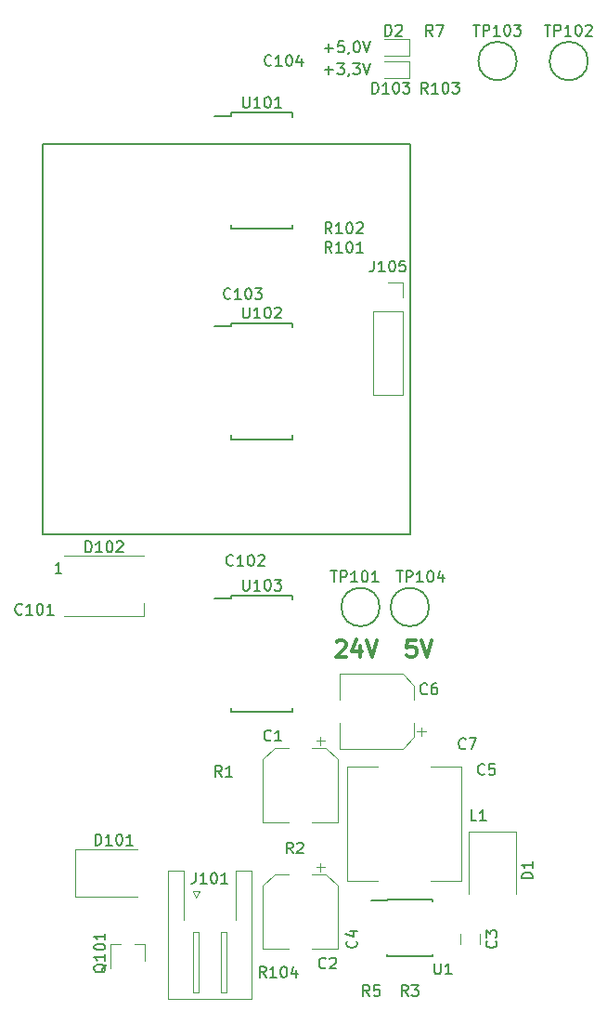
<source format=gto>
G04 #@! TF.GenerationSoftware,KiCad,Pcbnew,(5.99.0-490-gc7ce93e10)*
G04 #@! TF.CreationDate,2019-12-10T11:33:49+01:00*
G04 #@! TF.ProjectId,LichtDom,4c696368-7444-46f6-9d2e-6b696361645f,0.1*
G04 #@! TF.SameCoordinates,Original*
G04 #@! TF.FileFunction,Legend,Top*
G04 #@! TF.FilePolarity,Positive*
%FSLAX46Y46*%
G04 Gerber Fmt 4.6, Leading zero omitted, Abs format (unit mm)*
G04 Created by KiCad (PCBNEW (5.99.0-490-gc7ce93e10)) date 2019-12-10 11:33:49*
%MOMM*%
%LPD*%
G04 APERTURE LIST*
%ADD10C,0.300000*%
%ADD11C,0.150000*%
%ADD12C,0.200000*%
%ADD13C,0.120000*%
%ADD14R,0.922000X1.102000*%
%ADD15R,0.902000X1.002000*%
%ADD16C,3.302000*%
%ADD17R,1.602000X0.702000*%
%ADD18R,1.652000X0.702000*%
%ADD19C,2.902000*%
%ADD20R,1.102000X0.922000*%
%ADD21R,4.102000X3.602000*%
%ADD22O,1.802000X1.802000*%
%ADD23R,1.802000X1.802000*%
%ADD24O,1.829200X1.829200*%
%ADD25R,1.829200X1.829200*%
%ADD26O,1.802000X2.102000*%
%ADD27R,1.802000X2.102000*%
%ADD28R,1.602000X1.102000*%
%ADD29R,2.602000X2.402000*%
%ADD30R,2.402000X2.602000*%
%ADD31R,1.222000X1.502000*%
%ADD32R,1.502000X1.222000*%
%ADD33R,3.602000X1.702000*%
%ADD34R,1.902000X1.322000*%
%ADD35R,1.702000X3.602000*%
G04 APERTURE END LIST*
D10*
X209314285Y-131921428D02*
X209385714Y-131850000D01*
X209528571Y-131778571D01*
X209885714Y-131778571D01*
X210028571Y-131850000D01*
X210100000Y-131921428D01*
X210171428Y-132064285D01*
X210171428Y-132207142D01*
X210100000Y-132421428D01*
X209242857Y-133278571D01*
X210171428Y-133278571D01*
X211457142Y-132278571D02*
X211457142Y-133278571D01*
X211100000Y-131707142D02*
X210742857Y-132778571D01*
X211671428Y-132778571D01*
X212028571Y-131778571D02*
X212528571Y-133278571D01*
X213028571Y-131778571D01*
X216528571Y-131778571D02*
X215814285Y-131778571D01*
X215742857Y-132492857D01*
X215814285Y-132421428D01*
X215957142Y-132350000D01*
X216314285Y-132350000D01*
X216457142Y-132421428D01*
X216528571Y-132492857D01*
X216600000Y-132635714D01*
X216600000Y-132992857D01*
X216528571Y-133135714D01*
X216457142Y-133207142D01*
X216314285Y-133278571D01*
X215957142Y-133278571D01*
X215814285Y-133207142D01*
X215742857Y-133135714D01*
X217028571Y-131778571D02*
X217528571Y-133278571D01*
X218028571Y-131778571D01*
D11*
X208250000Y-79821428D02*
X209011904Y-79821428D01*
X208630952Y-80202380D02*
X208630952Y-79440476D01*
X209392857Y-79202380D02*
X210011904Y-79202380D01*
X209678571Y-79583333D01*
X209821428Y-79583333D01*
X209916666Y-79630952D01*
X209964285Y-79678571D01*
X210011904Y-79773809D01*
X210011904Y-80011904D01*
X209964285Y-80107142D01*
X209916666Y-80154761D01*
X209821428Y-80202380D01*
X209535714Y-80202380D01*
X209440476Y-80154761D01*
X209392857Y-80107142D01*
X210488095Y-80154761D02*
X210488095Y-80202380D01*
X210440476Y-80297619D01*
X210392857Y-80345238D01*
X210821428Y-79202380D02*
X211440476Y-79202380D01*
X211107142Y-79583333D01*
X211250000Y-79583333D01*
X211345238Y-79630952D01*
X211392857Y-79678571D01*
X211440476Y-79773809D01*
X211440476Y-80011904D01*
X211392857Y-80107142D01*
X211345238Y-80154761D01*
X211250000Y-80202380D01*
X210964285Y-80202380D01*
X210869047Y-80154761D01*
X210821428Y-80107142D01*
X211726190Y-79202380D02*
X212059523Y-80202380D01*
X212392857Y-79202380D01*
X208250000Y-77821428D02*
X209011904Y-77821428D01*
X208630952Y-78202380D02*
X208630952Y-77440476D01*
X209964285Y-77202380D02*
X209488095Y-77202380D01*
X209440476Y-77678571D01*
X209488095Y-77630952D01*
X209583333Y-77583333D01*
X209821428Y-77583333D01*
X209916666Y-77630952D01*
X209964285Y-77678571D01*
X210011904Y-77773809D01*
X210011904Y-78011904D01*
X209964285Y-78107142D01*
X209916666Y-78154761D01*
X209821428Y-78202380D01*
X209583333Y-78202380D01*
X209488095Y-78154761D01*
X209440476Y-78107142D01*
X210488095Y-78154761D02*
X210488095Y-78202380D01*
X210440476Y-78297619D01*
X210392857Y-78345238D01*
X211107142Y-77202380D02*
X211202380Y-77202380D01*
X211297619Y-77250000D01*
X211345238Y-77297619D01*
X211392857Y-77392857D01*
X211440476Y-77583333D01*
X211440476Y-77821428D01*
X211392857Y-78011904D01*
X211345238Y-78107142D01*
X211297619Y-78154761D01*
X211202380Y-78202380D01*
X211107142Y-78202380D01*
X211011904Y-78154761D01*
X210964285Y-78107142D01*
X210916666Y-78011904D01*
X210869047Y-77821428D01*
X210869047Y-77583333D01*
X210916666Y-77392857D01*
X210964285Y-77297619D01*
X211011904Y-77250000D01*
X211107142Y-77202380D01*
X211726190Y-77202380D02*
X212059523Y-78202380D01*
X212392857Y-77202380D01*
D12*
X182500000Y-86600000D02*
X213500000Y-86600000D01*
X182500000Y-122100000D02*
X182500000Y-86600000D01*
X216000000Y-122100000D02*
X182500000Y-122100000D01*
X216000000Y-86600000D02*
X216000000Y-122100000D01*
X213500000Y-86600000D02*
X216000000Y-86600000D01*
D13*
X191830000Y-159490000D02*
X191830000Y-160950000D01*
X188670000Y-159490000D02*
X188670000Y-161650000D01*
X188670000Y-159490000D02*
X189600000Y-159490000D01*
X191830000Y-159490000D02*
X190900000Y-159490000D01*
D11*
X199725000Y-127725000D02*
X199725000Y-128000000D01*
X205275000Y-127725000D02*
X205275000Y-128080000D01*
X205275000Y-138275000D02*
X205275000Y-137920000D01*
X199725000Y-138275000D02*
X199725000Y-137920000D01*
X199725000Y-127725000D02*
X205275000Y-127725000D01*
X199725000Y-138275000D02*
X205275000Y-138275000D01*
X199725000Y-128000000D02*
X198200000Y-128000000D01*
X199725000Y-102900000D02*
X199725000Y-103175000D01*
X205275000Y-102900000D02*
X205275000Y-103255000D01*
X205275000Y-113450000D02*
X205275000Y-113095000D01*
X199725000Y-113450000D02*
X199725000Y-113095000D01*
X199725000Y-102900000D02*
X205275000Y-102900000D01*
X199725000Y-113450000D02*
X205275000Y-113450000D01*
X199725000Y-103175000D02*
X198200000Y-103175000D01*
X199725000Y-83725000D02*
X199725000Y-84000000D01*
X205275000Y-83725000D02*
X205275000Y-84080000D01*
X205275000Y-94275000D02*
X205275000Y-93920000D01*
X199725000Y-94275000D02*
X199725000Y-93920000D01*
X199725000Y-83725000D02*
X205275000Y-83725000D01*
X199725000Y-94275000D02*
X205275000Y-94275000D01*
X199725000Y-84000000D02*
X198200000Y-84000000D01*
X213925000Y-155425000D02*
X213925000Y-155475000D01*
X218075000Y-155425000D02*
X218075000Y-155570000D01*
X218075000Y-160575000D02*
X218075000Y-160430000D01*
X213925000Y-160575000D02*
X213925000Y-160430000D01*
X213925000Y-155425000D02*
X218075000Y-155425000D01*
X213925000Y-160575000D02*
X218075000Y-160575000D01*
X213925000Y-155475000D02*
X212525000Y-155475000D01*
X217750000Y-128750000D02*
G75*
G03X217750000Y-128750000I-1750000J0D01*
G01*
X225750000Y-79000000D02*
G75*
G03X225750000Y-79000000I-1750000J0D01*
G01*
X232250000Y-79000000D02*
G75*
G03X232250000Y-79000000I-1750000J0D01*
G01*
X213250000Y-128750000D02*
G75*
G03X213250000Y-128750000I-1750000J0D01*
G01*
D13*
X213100000Y-143300000D02*
X210300000Y-143300000D01*
X210300000Y-143300000D02*
X210300000Y-153700000D01*
X210300000Y-153700000D02*
X213100000Y-153700000D01*
X217900000Y-143300000D02*
X220700000Y-143300000D01*
X220700000Y-143300000D02*
X220700000Y-153700000D01*
X220700000Y-153700000D02*
X217900000Y-153700000D01*
X212670000Y-101770000D02*
X215330000Y-101770000D01*
X212670000Y-101770000D02*
X212670000Y-109450000D01*
X212670000Y-109450000D02*
X215330000Y-109450000D01*
X215330000Y-101770000D02*
X215330000Y-109450000D01*
X215330000Y-99170000D02*
X215330000Y-100500000D01*
X214000000Y-99170000D02*
X215330000Y-99170000D01*
X197750000Y-164460000D02*
X193940000Y-164460000D01*
X193940000Y-164460000D02*
X193940000Y-152740000D01*
X193940000Y-152740000D02*
X195360000Y-152740000D01*
X195360000Y-152740000D02*
X195360000Y-157240000D01*
X197750000Y-164460000D02*
X201560000Y-164460000D01*
X201560000Y-164460000D02*
X201560000Y-152740000D01*
X201560000Y-152740000D02*
X200140000Y-152740000D01*
X200140000Y-152740000D02*
X200140000Y-157240000D01*
X196250000Y-158350000D02*
X196250000Y-163850000D01*
X196250000Y-163850000D02*
X196750000Y-163850000D01*
X196750000Y-163850000D02*
X196750000Y-158350000D01*
X196750000Y-158350000D02*
X196250000Y-158350000D01*
X198750000Y-158350000D02*
X198750000Y-163850000D01*
X198750000Y-163850000D02*
X199250000Y-163850000D01*
X199250000Y-163850000D02*
X199250000Y-158350000D01*
X199250000Y-158350000D02*
X198750000Y-158350000D01*
X196500000Y-155250000D02*
X196200000Y-154650000D01*
X196200000Y-154650000D02*
X196800000Y-154650000D01*
X196800000Y-154650000D02*
X196500000Y-155250000D01*
X213700000Y-80510000D02*
X215970000Y-80510000D01*
X215970000Y-80510000D02*
X215970000Y-78990000D01*
X215970000Y-78990000D02*
X213700000Y-78990000D01*
X184450000Y-124050000D02*
X191750000Y-124050000D01*
X184450000Y-129550000D02*
X191750000Y-129550000D01*
X191750000Y-129550000D02*
X191750000Y-128400000D01*
X185450000Y-150850000D02*
X185450000Y-155150000D01*
X185450000Y-155150000D02*
X191150000Y-155150000D01*
X185450000Y-150850000D02*
X191150000Y-150850000D01*
X213700000Y-78510000D02*
X215970000Y-78510000D01*
X215970000Y-78510000D02*
X215970000Y-76990000D01*
X215970000Y-76990000D02*
X213700000Y-76990000D01*
X225650000Y-149200000D02*
X221350000Y-149200000D01*
X221350000Y-149200000D02*
X221350000Y-154900000D01*
X225650000Y-149200000D02*
X225650000Y-154900000D01*
X209590000Y-134840000D02*
X209590000Y-137190000D01*
X209590000Y-141660000D02*
X209590000Y-139310000D01*
X215345563Y-141660000D02*
X209590000Y-141660000D01*
X215345563Y-134840000D02*
X209590000Y-134840000D01*
X216410000Y-135904437D02*
X216410000Y-137190000D01*
X216410000Y-140595563D02*
X216410000Y-139310000D01*
X216410000Y-140595563D02*
X215345563Y-141660000D01*
X216410000Y-135904437D02*
X215345563Y-134840000D01*
X217437500Y-140097500D02*
X216650000Y-140097500D01*
X217043750Y-140491250D02*
X217043750Y-139703750D01*
X222410000Y-158500000D02*
X222410000Y-159500000D01*
X220590000Y-158500000D02*
X220590000Y-159500000D01*
X202590000Y-159910000D02*
X204940000Y-159910000D01*
X209410000Y-159910000D02*
X207060000Y-159910000D01*
X209410000Y-154154437D02*
X209410000Y-159910000D01*
X202590000Y-154154437D02*
X202590000Y-159910000D01*
X203654437Y-153090000D02*
X204940000Y-153090000D01*
X208345563Y-153090000D02*
X207060000Y-153090000D01*
X208345563Y-153090000D02*
X209410000Y-154154437D01*
X203654437Y-153090000D02*
X202590000Y-154154437D01*
X207847500Y-152062500D02*
X207847500Y-152850000D01*
X208241250Y-152456250D02*
X207453750Y-152456250D01*
X202590000Y-148410000D02*
X204940000Y-148410000D01*
X209410000Y-148410000D02*
X207060000Y-148410000D01*
X209410000Y-142654437D02*
X209410000Y-148410000D01*
X202590000Y-142654437D02*
X202590000Y-148410000D01*
X203654437Y-141590000D02*
X204940000Y-141590000D01*
X208345563Y-141590000D02*
X207060000Y-141590000D01*
X208345563Y-141590000D02*
X209410000Y-142654437D01*
X203654437Y-141590000D02*
X202590000Y-142654437D01*
X207847500Y-140562500D02*
X207847500Y-141350000D01*
X208241250Y-140956250D02*
X207453750Y-140956250D01*
D11*
X202880952Y-162502380D02*
X202547619Y-162026190D01*
X202309523Y-162502380D02*
X202309523Y-161502380D01*
X202690476Y-161502380D01*
X202785714Y-161550000D01*
X202833333Y-161597619D01*
X202880952Y-161692857D01*
X202880952Y-161835714D01*
X202833333Y-161930952D01*
X202785714Y-161978571D01*
X202690476Y-162026190D01*
X202309523Y-162026190D01*
X203833333Y-162502380D02*
X203261904Y-162502380D01*
X203547619Y-162502380D02*
X203547619Y-161502380D01*
X203452380Y-161645238D01*
X203357142Y-161740476D01*
X203261904Y-161788095D01*
X204452380Y-161502380D02*
X204547619Y-161502380D01*
X204642857Y-161550000D01*
X204690476Y-161597619D01*
X204738095Y-161692857D01*
X204785714Y-161883333D01*
X204785714Y-162121428D01*
X204738095Y-162311904D01*
X204690476Y-162407142D01*
X204642857Y-162454761D01*
X204547619Y-162502380D01*
X204452380Y-162502380D01*
X204357142Y-162454761D01*
X204309523Y-162407142D01*
X204261904Y-162311904D01*
X204214285Y-162121428D01*
X204214285Y-161883333D01*
X204261904Y-161692857D01*
X204309523Y-161597619D01*
X204357142Y-161550000D01*
X204452380Y-161502380D01*
X205642857Y-161835714D02*
X205642857Y-162502380D01*
X205404761Y-161454761D02*
X205166666Y-162169047D01*
X205785714Y-162169047D01*
X188297619Y-161297619D02*
X188250000Y-161392857D01*
X188154761Y-161488095D01*
X188011904Y-161630952D01*
X187964285Y-161726190D01*
X187964285Y-161821428D01*
X188202380Y-161773809D02*
X188154761Y-161869047D01*
X188059523Y-161964285D01*
X187869047Y-162011904D01*
X187535714Y-162011904D01*
X187345238Y-161964285D01*
X187250000Y-161869047D01*
X187202380Y-161773809D01*
X187202380Y-161583333D01*
X187250000Y-161488095D01*
X187345238Y-161392857D01*
X187535714Y-161345238D01*
X187869047Y-161345238D01*
X188059523Y-161392857D01*
X188154761Y-161488095D01*
X188202380Y-161583333D01*
X188202380Y-161773809D01*
X188202380Y-160392857D02*
X188202380Y-160964285D01*
X188202380Y-160678571D02*
X187202380Y-160678571D01*
X187345238Y-160773809D01*
X187440476Y-160869047D01*
X187488095Y-160964285D01*
X187202380Y-159773809D02*
X187202380Y-159678571D01*
X187250000Y-159583333D01*
X187297619Y-159535714D01*
X187392857Y-159488095D01*
X187583333Y-159440476D01*
X187821428Y-159440476D01*
X188011904Y-159488095D01*
X188107142Y-159535714D01*
X188154761Y-159583333D01*
X188202380Y-159678571D01*
X188202380Y-159773809D01*
X188154761Y-159869047D01*
X188107142Y-159916666D01*
X188011904Y-159964285D01*
X187821428Y-160011904D01*
X187583333Y-160011904D01*
X187392857Y-159964285D01*
X187297619Y-159916666D01*
X187250000Y-159869047D01*
X187202380Y-159773809D01*
X188202380Y-158488095D02*
X188202380Y-159059523D01*
X188202380Y-158773809D02*
X187202380Y-158773809D01*
X187345238Y-158869047D01*
X187440476Y-158964285D01*
X187488095Y-159059523D01*
X200785714Y-126252380D02*
X200785714Y-127061904D01*
X200833333Y-127157142D01*
X200880952Y-127204761D01*
X200976190Y-127252380D01*
X201166666Y-127252380D01*
X201261904Y-127204761D01*
X201309523Y-127157142D01*
X201357142Y-127061904D01*
X201357142Y-126252380D01*
X202357142Y-127252380D02*
X201785714Y-127252380D01*
X202071428Y-127252380D02*
X202071428Y-126252380D01*
X201976190Y-126395238D01*
X201880952Y-126490476D01*
X201785714Y-126538095D01*
X202976190Y-126252380D02*
X203071428Y-126252380D01*
X203166666Y-126300000D01*
X203214285Y-126347619D01*
X203261904Y-126442857D01*
X203309523Y-126633333D01*
X203309523Y-126871428D01*
X203261904Y-127061904D01*
X203214285Y-127157142D01*
X203166666Y-127204761D01*
X203071428Y-127252380D01*
X202976190Y-127252380D01*
X202880952Y-127204761D01*
X202833333Y-127157142D01*
X202785714Y-127061904D01*
X202738095Y-126871428D01*
X202738095Y-126633333D01*
X202785714Y-126442857D01*
X202833333Y-126347619D01*
X202880952Y-126300000D01*
X202976190Y-126252380D01*
X203642857Y-126252380D02*
X204261904Y-126252380D01*
X203928571Y-126633333D01*
X204071428Y-126633333D01*
X204166666Y-126680952D01*
X204214285Y-126728571D01*
X204261904Y-126823809D01*
X204261904Y-127061904D01*
X204214285Y-127157142D01*
X204166666Y-127204761D01*
X204071428Y-127252380D01*
X203785714Y-127252380D01*
X203690476Y-127204761D01*
X203642857Y-127157142D01*
X200785714Y-101427380D02*
X200785714Y-102236904D01*
X200833333Y-102332142D01*
X200880952Y-102379761D01*
X200976190Y-102427380D01*
X201166666Y-102427380D01*
X201261904Y-102379761D01*
X201309523Y-102332142D01*
X201357142Y-102236904D01*
X201357142Y-101427380D01*
X202357142Y-102427380D02*
X201785714Y-102427380D01*
X202071428Y-102427380D02*
X202071428Y-101427380D01*
X201976190Y-101570238D01*
X201880952Y-101665476D01*
X201785714Y-101713095D01*
X202976190Y-101427380D02*
X203071428Y-101427380D01*
X203166666Y-101475000D01*
X203214285Y-101522619D01*
X203261904Y-101617857D01*
X203309523Y-101808333D01*
X203309523Y-102046428D01*
X203261904Y-102236904D01*
X203214285Y-102332142D01*
X203166666Y-102379761D01*
X203071428Y-102427380D01*
X202976190Y-102427380D01*
X202880952Y-102379761D01*
X202833333Y-102332142D01*
X202785714Y-102236904D01*
X202738095Y-102046428D01*
X202738095Y-101808333D01*
X202785714Y-101617857D01*
X202833333Y-101522619D01*
X202880952Y-101475000D01*
X202976190Y-101427380D01*
X203690476Y-101522619D02*
X203738095Y-101475000D01*
X203833333Y-101427380D01*
X204071428Y-101427380D01*
X204166666Y-101475000D01*
X204214285Y-101522619D01*
X204261904Y-101617857D01*
X204261904Y-101713095D01*
X204214285Y-101855952D01*
X203642857Y-102427380D01*
X204261904Y-102427380D01*
X200785714Y-82252380D02*
X200785714Y-83061904D01*
X200833333Y-83157142D01*
X200880952Y-83204761D01*
X200976190Y-83252380D01*
X201166666Y-83252380D01*
X201261904Y-83204761D01*
X201309523Y-83157142D01*
X201357142Y-83061904D01*
X201357142Y-82252380D01*
X202357142Y-83252380D02*
X201785714Y-83252380D01*
X202071428Y-83252380D02*
X202071428Y-82252380D01*
X201976190Y-82395238D01*
X201880952Y-82490476D01*
X201785714Y-82538095D01*
X202976190Y-82252380D02*
X203071428Y-82252380D01*
X203166666Y-82300000D01*
X203214285Y-82347619D01*
X203261904Y-82442857D01*
X203309523Y-82633333D01*
X203309523Y-82871428D01*
X203261904Y-83061904D01*
X203214285Y-83157142D01*
X203166666Y-83204761D01*
X203071428Y-83252380D01*
X202976190Y-83252380D01*
X202880952Y-83204761D01*
X202833333Y-83157142D01*
X202785714Y-83061904D01*
X202738095Y-82871428D01*
X202738095Y-82633333D01*
X202785714Y-82442857D01*
X202833333Y-82347619D01*
X202880952Y-82300000D01*
X202976190Y-82252380D01*
X204261904Y-83252380D02*
X203690476Y-83252380D01*
X203976190Y-83252380D02*
X203976190Y-82252380D01*
X203880952Y-82395238D01*
X203785714Y-82490476D01*
X203690476Y-82538095D01*
X218238095Y-161202380D02*
X218238095Y-162011904D01*
X218285714Y-162107142D01*
X218333333Y-162154761D01*
X218428571Y-162202380D01*
X218619047Y-162202380D01*
X218714285Y-162154761D01*
X218761904Y-162107142D01*
X218809523Y-162011904D01*
X218809523Y-161202380D01*
X219809523Y-162202380D02*
X219238095Y-162202380D01*
X219523809Y-162202380D02*
X219523809Y-161202380D01*
X219428571Y-161345238D01*
X219333333Y-161440476D01*
X219238095Y-161488095D01*
X214785714Y-125452380D02*
X215357142Y-125452380D01*
X215071428Y-126452380D02*
X215071428Y-125452380D01*
X215690476Y-126452380D02*
X215690476Y-125452380D01*
X216071428Y-125452380D01*
X216166666Y-125500000D01*
X216214285Y-125547619D01*
X216261904Y-125642857D01*
X216261904Y-125785714D01*
X216214285Y-125880952D01*
X216166666Y-125928571D01*
X216071428Y-125976190D01*
X215690476Y-125976190D01*
X217214285Y-126452380D02*
X216642857Y-126452380D01*
X216928571Y-126452380D02*
X216928571Y-125452380D01*
X216833333Y-125595238D01*
X216738095Y-125690476D01*
X216642857Y-125738095D01*
X217833333Y-125452380D02*
X217928571Y-125452380D01*
X218023809Y-125500000D01*
X218071428Y-125547619D01*
X218119047Y-125642857D01*
X218166666Y-125833333D01*
X218166666Y-126071428D01*
X218119047Y-126261904D01*
X218071428Y-126357142D01*
X218023809Y-126404761D01*
X217928571Y-126452380D01*
X217833333Y-126452380D01*
X217738095Y-126404761D01*
X217690476Y-126357142D01*
X217642857Y-126261904D01*
X217595238Y-126071428D01*
X217595238Y-125833333D01*
X217642857Y-125642857D01*
X217690476Y-125547619D01*
X217738095Y-125500000D01*
X217833333Y-125452380D01*
X219023809Y-125785714D02*
X219023809Y-126452380D01*
X218785714Y-125404761D02*
X218547619Y-126119047D01*
X219166666Y-126119047D01*
X221785714Y-75702380D02*
X222357142Y-75702380D01*
X222071428Y-76702380D02*
X222071428Y-75702380D01*
X222690476Y-76702380D02*
X222690476Y-75702380D01*
X223071428Y-75702380D01*
X223166666Y-75750000D01*
X223214285Y-75797619D01*
X223261904Y-75892857D01*
X223261904Y-76035714D01*
X223214285Y-76130952D01*
X223166666Y-76178571D01*
X223071428Y-76226190D01*
X222690476Y-76226190D01*
X224214285Y-76702380D02*
X223642857Y-76702380D01*
X223928571Y-76702380D02*
X223928571Y-75702380D01*
X223833333Y-75845238D01*
X223738095Y-75940476D01*
X223642857Y-75988095D01*
X224833333Y-75702380D02*
X224928571Y-75702380D01*
X225023809Y-75750000D01*
X225071428Y-75797619D01*
X225119047Y-75892857D01*
X225166666Y-76083333D01*
X225166666Y-76321428D01*
X225119047Y-76511904D01*
X225071428Y-76607142D01*
X225023809Y-76654761D01*
X224928571Y-76702380D01*
X224833333Y-76702380D01*
X224738095Y-76654761D01*
X224690476Y-76607142D01*
X224642857Y-76511904D01*
X224595238Y-76321428D01*
X224595238Y-76083333D01*
X224642857Y-75892857D01*
X224690476Y-75797619D01*
X224738095Y-75750000D01*
X224833333Y-75702380D01*
X225500000Y-75702380D02*
X226119047Y-75702380D01*
X225785714Y-76083333D01*
X225928571Y-76083333D01*
X226023809Y-76130952D01*
X226071428Y-76178571D01*
X226119047Y-76273809D01*
X226119047Y-76511904D01*
X226071428Y-76607142D01*
X226023809Y-76654761D01*
X225928571Y-76702380D01*
X225642857Y-76702380D01*
X225547619Y-76654761D01*
X225500000Y-76607142D01*
X228285714Y-75702380D02*
X228857142Y-75702380D01*
X228571428Y-76702380D02*
X228571428Y-75702380D01*
X229190476Y-76702380D02*
X229190476Y-75702380D01*
X229571428Y-75702380D01*
X229666666Y-75750000D01*
X229714285Y-75797619D01*
X229761904Y-75892857D01*
X229761904Y-76035714D01*
X229714285Y-76130952D01*
X229666666Y-76178571D01*
X229571428Y-76226190D01*
X229190476Y-76226190D01*
X230714285Y-76702380D02*
X230142857Y-76702380D01*
X230428571Y-76702380D02*
X230428571Y-75702380D01*
X230333333Y-75845238D01*
X230238095Y-75940476D01*
X230142857Y-75988095D01*
X231333333Y-75702380D02*
X231428571Y-75702380D01*
X231523809Y-75750000D01*
X231571428Y-75797619D01*
X231619047Y-75892857D01*
X231666666Y-76083333D01*
X231666666Y-76321428D01*
X231619047Y-76511904D01*
X231571428Y-76607142D01*
X231523809Y-76654761D01*
X231428571Y-76702380D01*
X231333333Y-76702380D01*
X231238095Y-76654761D01*
X231190476Y-76607142D01*
X231142857Y-76511904D01*
X231095238Y-76321428D01*
X231095238Y-76083333D01*
X231142857Y-75892857D01*
X231190476Y-75797619D01*
X231238095Y-75750000D01*
X231333333Y-75702380D01*
X232047619Y-75797619D02*
X232095238Y-75750000D01*
X232190476Y-75702380D01*
X232428571Y-75702380D01*
X232523809Y-75750000D01*
X232571428Y-75797619D01*
X232619047Y-75892857D01*
X232619047Y-75988095D01*
X232571428Y-76130952D01*
X232000000Y-76702380D01*
X232619047Y-76702380D01*
X208785714Y-125452380D02*
X209357142Y-125452380D01*
X209071428Y-126452380D02*
X209071428Y-125452380D01*
X209690476Y-126452380D02*
X209690476Y-125452380D01*
X210071428Y-125452380D01*
X210166666Y-125500000D01*
X210214285Y-125547619D01*
X210261904Y-125642857D01*
X210261904Y-125785714D01*
X210214285Y-125880952D01*
X210166666Y-125928571D01*
X210071428Y-125976190D01*
X209690476Y-125976190D01*
X211214285Y-126452380D02*
X210642857Y-126452380D01*
X210928571Y-126452380D02*
X210928571Y-125452380D01*
X210833333Y-125595238D01*
X210738095Y-125690476D01*
X210642857Y-125738095D01*
X211833333Y-125452380D02*
X211928571Y-125452380D01*
X212023809Y-125500000D01*
X212071428Y-125547619D01*
X212119047Y-125642857D01*
X212166666Y-125833333D01*
X212166666Y-126071428D01*
X212119047Y-126261904D01*
X212071428Y-126357142D01*
X212023809Y-126404761D01*
X211928571Y-126452380D01*
X211833333Y-126452380D01*
X211738095Y-126404761D01*
X211690476Y-126357142D01*
X211642857Y-126261904D01*
X211595238Y-126071428D01*
X211595238Y-125833333D01*
X211642857Y-125642857D01*
X211690476Y-125547619D01*
X211738095Y-125500000D01*
X211833333Y-125452380D01*
X213119047Y-126452380D02*
X212547619Y-126452380D01*
X212833333Y-126452380D02*
X212833333Y-125452380D01*
X212738095Y-125595238D01*
X212642857Y-125690476D01*
X212547619Y-125738095D01*
X217630952Y-81952380D02*
X217297619Y-81476190D01*
X217059523Y-81952380D02*
X217059523Y-80952380D01*
X217440476Y-80952380D01*
X217535714Y-81000000D01*
X217583333Y-81047619D01*
X217630952Y-81142857D01*
X217630952Y-81285714D01*
X217583333Y-81380952D01*
X217535714Y-81428571D01*
X217440476Y-81476190D01*
X217059523Y-81476190D01*
X218583333Y-81952380D02*
X218011904Y-81952380D01*
X218297619Y-81952380D02*
X218297619Y-80952380D01*
X218202380Y-81095238D01*
X218107142Y-81190476D01*
X218011904Y-81238095D01*
X219202380Y-80952380D02*
X219297619Y-80952380D01*
X219392857Y-81000000D01*
X219440476Y-81047619D01*
X219488095Y-81142857D01*
X219535714Y-81333333D01*
X219535714Y-81571428D01*
X219488095Y-81761904D01*
X219440476Y-81857142D01*
X219392857Y-81904761D01*
X219297619Y-81952380D01*
X219202380Y-81952380D01*
X219107142Y-81904761D01*
X219059523Y-81857142D01*
X219011904Y-81761904D01*
X218964285Y-81571428D01*
X218964285Y-81333333D01*
X219011904Y-81142857D01*
X219059523Y-81047619D01*
X219107142Y-81000000D01*
X219202380Y-80952380D01*
X219869047Y-80952380D02*
X220488095Y-80952380D01*
X220154761Y-81333333D01*
X220297619Y-81333333D01*
X220392857Y-81380952D01*
X220440476Y-81428571D01*
X220488095Y-81523809D01*
X220488095Y-81761904D01*
X220440476Y-81857142D01*
X220392857Y-81904761D01*
X220297619Y-81952380D01*
X220011904Y-81952380D01*
X219916666Y-81904761D01*
X219869047Y-81857142D01*
X208880952Y-94702380D02*
X208547619Y-94226190D01*
X208309523Y-94702380D02*
X208309523Y-93702380D01*
X208690476Y-93702380D01*
X208785714Y-93750000D01*
X208833333Y-93797619D01*
X208880952Y-93892857D01*
X208880952Y-94035714D01*
X208833333Y-94130952D01*
X208785714Y-94178571D01*
X208690476Y-94226190D01*
X208309523Y-94226190D01*
X209833333Y-94702380D02*
X209261904Y-94702380D01*
X209547619Y-94702380D02*
X209547619Y-93702380D01*
X209452380Y-93845238D01*
X209357142Y-93940476D01*
X209261904Y-93988095D01*
X210452380Y-93702380D02*
X210547619Y-93702380D01*
X210642857Y-93750000D01*
X210690476Y-93797619D01*
X210738095Y-93892857D01*
X210785714Y-94083333D01*
X210785714Y-94321428D01*
X210738095Y-94511904D01*
X210690476Y-94607142D01*
X210642857Y-94654761D01*
X210547619Y-94702380D01*
X210452380Y-94702380D01*
X210357142Y-94654761D01*
X210309523Y-94607142D01*
X210261904Y-94511904D01*
X210214285Y-94321428D01*
X210214285Y-94083333D01*
X210261904Y-93892857D01*
X210309523Y-93797619D01*
X210357142Y-93750000D01*
X210452380Y-93702380D01*
X211166666Y-93797619D02*
X211214285Y-93750000D01*
X211309523Y-93702380D01*
X211547619Y-93702380D01*
X211642857Y-93750000D01*
X211690476Y-93797619D01*
X211738095Y-93892857D01*
X211738095Y-93988095D01*
X211690476Y-94130952D01*
X211119047Y-94702380D01*
X211738095Y-94702380D01*
X208880952Y-96452380D02*
X208547619Y-95976190D01*
X208309523Y-96452380D02*
X208309523Y-95452380D01*
X208690476Y-95452380D01*
X208785714Y-95500000D01*
X208833333Y-95547619D01*
X208880952Y-95642857D01*
X208880952Y-95785714D01*
X208833333Y-95880952D01*
X208785714Y-95928571D01*
X208690476Y-95976190D01*
X208309523Y-95976190D01*
X209833333Y-96452380D02*
X209261904Y-96452380D01*
X209547619Y-96452380D02*
X209547619Y-95452380D01*
X209452380Y-95595238D01*
X209357142Y-95690476D01*
X209261904Y-95738095D01*
X210452380Y-95452380D02*
X210547619Y-95452380D01*
X210642857Y-95500000D01*
X210690476Y-95547619D01*
X210738095Y-95642857D01*
X210785714Y-95833333D01*
X210785714Y-96071428D01*
X210738095Y-96261904D01*
X210690476Y-96357142D01*
X210642857Y-96404761D01*
X210547619Y-96452380D01*
X210452380Y-96452380D01*
X210357142Y-96404761D01*
X210309523Y-96357142D01*
X210261904Y-96261904D01*
X210214285Y-96071428D01*
X210214285Y-95833333D01*
X210261904Y-95642857D01*
X210309523Y-95547619D01*
X210357142Y-95500000D01*
X210452380Y-95452380D01*
X211738095Y-96452380D02*
X211166666Y-96452380D01*
X211452380Y-96452380D02*
X211452380Y-95452380D01*
X211357142Y-95595238D01*
X211261904Y-95690476D01*
X211166666Y-95738095D01*
X218083333Y-76702380D02*
X217750000Y-76226190D01*
X217511904Y-76702380D02*
X217511904Y-75702380D01*
X217892857Y-75702380D01*
X217988095Y-75750000D01*
X218035714Y-75797619D01*
X218083333Y-75892857D01*
X218083333Y-76035714D01*
X218035714Y-76130952D01*
X217988095Y-76178571D01*
X217892857Y-76226190D01*
X217511904Y-76226190D01*
X218416666Y-75702380D02*
X219083333Y-75702380D01*
X218654761Y-76702380D01*
X212333333Y-164202380D02*
X212000000Y-163726190D01*
X211761904Y-164202380D02*
X211761904Y-163202380D01*
X212142857Y-163202380D01*
X212238095Y-163250000D01*
X212285714Y-163297619D01*
X212333333Y-163392857D01*
X212333333Y-163535714D01*
X212285714Y-163630952D01*
X212238095Y-163678571D01*
X212142857Y-163726190D01*
X211761904Y-163726190D01*
X213238095Y-163202380D02*
X212761904Y-163202380D01*
X212714285Y-163678571D01*
X212761904Y-163630952D01*
X212857142Y-163583333D01*
X213095238Y-163583333D01*
X213190476Y-163630952D01*
X213238095Y-163678571D01*
X213285714Y-163773809D01*
X213285714Y-164011904D01*
X213238095Y-164107142D01*
X213190476Y-164154761D01*
X213095238Y-164202380D01*
X212857142Y-164202380D01*
X212761904Y-164154761D01*
X212714285Y-164107142D01*
X215833333Y-164202380D02*
X215500000Y-163726190D01*
X215261904Y-164202380D02*
X215261904Y-163202380D01*
X215642857Y-163202380D01*
X215738095Y-163250000D01*
X215785714Y-163297619D01*
X215833333Y-163392857D01*
X215833333Y-163535714D01*
X215785714Y-163630952D01*
X215738095Y-163678571D01*
X215642857Y-163726190D01*
X215261904Y-163726190D01*
X216166666Y-163202380D02*
X216785714Y-163202380D01*
X216452380Y-163583333D01*
X216595238Y-163583333D01*
X216690476Y-163630952D01*
X216738095Y-163678571D01*
X216785714Y-163773809D01*
X216785714Y-164011904D01*
X216738095Y-164107142D01*
X216690476Y-164154761D01*
X216595238Y-164202380D01*
X216309523Y-164202380D01*
X216214285Y-164154761D01*
X216166666Y-164107142D01*
X205333333Y-151202380D02*
X205000000Y-150726190D01*
X204761904Y-151202380D02*
X204761904Y-150202380D01*
X205142857Y-150202380D01*
X205238095Y-150250000D01*
X205285714Y-150297619D01*
X205333333Y-150392857D01*
X205333333Y-150535714D01*
X205285714Y-150630952D01*
X205238095Y-150678571D01*
X205142857Y-150726190D01*
X204761904Y-150726190D01*
X205714285Y-150297619D02*
X205761904Y-150250000D01*
X205857142Y-150202380D01*
X206095238Y-150202380D01*
X206190476Y-150250000D01*
X206238095Y-150297619D01*
X206285714Y-150392857D01*
X206285714Y-150488095D01*
X206238095Y-150630952D01*
X205666666Y-151202380D01*
X206285714Y-151202380D01*
X198833333Y-144202380D02*
X198500000Y-143726190D01*
X198261904Y-144202380D02*
X198261904Y-143202380D01*
X198642857Y-143202380D01*
X198738095Y-143250000D01*
X198785714Y-143297619D01*
X198833333Y-143392857D01*
X198833333Y-143535714D01*
X198785714Y-143630952D01*
X198738095Y-143678571D01*
X198642857Y-143726190D01*
X198261904Y-143726190D01*
X199785714Y-144202380D02*
X199214285Y-144202380D01*
X199500000Y-144202380D02*
X199500000Y-143202380D01*
X199404761Y-143345238D01*
X199309523Y-143440476D01*
X199214285Y-143488095D01*
X222083333Y-148202380D02*
X221607142Y-148202380D01*
X221607142Y-147202380D01*
X222940476Y-148202380D02*
X222369047Y-148202380D01*
X222654761Y-148202380D02*
X222654761Y-147202380D01*
X222559523Y-147345238D01*
X222464285Y-147440476D01*
X222369047Y-147488095D01*
X212714285Y-97202380D02*
X212714285Y-97916666D01*
X212666666Y-98059523D01*
X212571428Y-98154761D01*
X212428571Y-98202380D01*
X212333333Y-98202380D01*
X213714285Y-98202380D02*
X213142857Y-98202380D01*
X213428571Y-98202380D02*
X213428571Y-97202380D01*
X213333333Y-97345238D01*
X213238095Y-97440476D01*
X213142857Y-97488095D01*
X214333333Y-97202380D02*
X214428571Y-97202380D01*
X214523809Y-97250000D01*
X214571428Y-97297619D01*
X214619047Y-97392857D01*
X214666666Y-97583333D01*
X214666666Y-97821428D01*
X214619047Y-98011904D01*
X214571428Y-98107142D01*
X214523809Y-98154761D01*
X214428571Y-98202380D01*
X214333333Y-98202380D01*
X214238095Y-98154761D01*
X214190476Y-98107142D01*
X214142857Y-98011904D01*
X214095238Y-97821428D01*
X214095238Y-97583333D01*
X214142857Y-97392857D01*
X214190476Y-97297619D01*
X214238095Y-97250000D01*
X214333333Y-97202380D01*
X215571428Y-97202380D02*
X215095238Y-97202380D01*
X215047619Y-97678571D01*
X215095238Y-97630952D01*
X215190476Y-97583333D01*
X215428571Y-97583333D01*
X215523809Y-97630952D01*
X215571428Y-97678571D01*
X215619047Y-97773809D01*
X215619047Y-98011904D01*
X215571428Y-98107142D01*
X215523809Y-98154761D01*
X215428571Y-98202380D01*
X215190476Y-98202380D01*
X215095238Y-98154761D01*
X215047619Y-98107142D01*
X196464285Y-152952380D02*
X196464285Y-153666666D01*
X196416666Y-153809523D01*
X196321428Y-153904761D01*
X196178571Y-153952380D01*
X196083333Y-153952380D01*
X197464285Y-153952380D02*
X196892857Y-153952380D01*
X197178571Y-153952380D02*
X197178571Y-152952380D01*
X197083333Y-153095238D01*
X196988095Y-153190476D01*
X196892857Y-153238095D01*
X198083333Y-152952380D02*
X198178571Y-152952380D01*
X198273809Y-153000000D01*
X198321428Y-153047619D01*
X198369047Y-153142857D01*
X198416666Y-153333333D01*
X198416666Y-153571428D01*
X198369047Y-153761904D01*
X198321428Y-153857142D01*
X198273809Y-153904761D01*
X198178571Y-153952380D01*
X198083333Y-153952380D01*
X197988095Y-153904761D01*
X197940476Y-153857142D01*
X197892857Y-153761904D01*
X197845238Y-153571428D01*
X197845238Y-153333333D01*
X197892857Y-153142857D01*
X197940476Y-153047619D01*
X197988095Y-153000000D01*
X198083333Y-152952380D01*
X199369047Y-153952380D02*
X198797619Y-153952380D01*
X199083333Y-153952380D02*
X199083333Y-152952380D01*
X198988095Y-153095238D01*
X198892857Y-153190476D01*
X198797619Y-153238095D01*
X212559523Y-81952380D02*
X212559523Y-80952380D01*
X212797619Y-80952380D01*
X212940476Y-81000000D01*
X213035714Y-81095238D01*
X213083333Y-81190476D01*
X213130952Y-81380952D01*
X213130952Y-81523809D01*
X213083333Y-81714285D01*
X213035714Y-81809523D01*
X212940476Y-81904761D01*
X212797619Y-81952380D01*
X212559523Y-81952380D01*
X214083333Y-81952380D02*
X213511904Y-81952380D01*
X213797619Y-81952380D02*
X213797619Y-80952380D01*
X213702380Y-81095238D01*
X213607142Y-81190476D01*
X213511904Y-81238095D01*
X214702380Y-80952380D02*
X214797619Y-80952380D01*
X214892857Y-81000000D01*
X214940476Y-81047619D01*
X214988095Y-81142857D01*
X215035714Y-81333333D01*
X215035714Y-81571428D01*
X214988095Y-81761904D01*
X214940476Y-81857142D01*
X214892857Y-81904761D01*
X214797619Y-81952380D01*
X214702380Y-81952380D01*
X214607142Y-81904761D01*
X214559523Y-81857142D01*
X214511904Y-81761904D01*
X214464285Y-81571428D01*
X214464285Y-81333333D01*
X214511904Y-81142857D01*
X214559523Y-81047619D01*
X214607142Y-81000000D01*
X214702380Y-80952380D01*
X215369047Y-80952380D02*
X215988095Y-80952380D01*
X215654761Y-81333333D01*
X215797619Y-81333333D01*
X215892857Y-81380952D01*
X215940476Y-81428571D01*
X215988095Y-81523809D01*
X215988095Y-81761904D01*
X215940476Y-81857142D01*
X215892857Y-81904761D01*
X215797619Y-81952380D01*
X215511904Y-81952380D01*
X215416666Y-81904761D01*
X215369047Y-81857142D01*
X186409523Y-123752380D02*
X186409523Y-122752380D01*
X186647619Y-122752380D01*
X186790476Y-122800000D01*
X186885714Y-122895238D01*
X186933333Y-122990476D01*
X186980952Y-123180952D01*
X186980952Y-123323809D01*
X186933333Y-123514285D01*
X186885714Y-123609523D01*
X186790476Y-123704761D01*
X186647619Y-123752380D01*
X186409523Y-123752380D01*
X187933333Y-123752380D02*
X187361904Y-123752380D01*
X187647619Y-123752380D02*
X187647619Y-122752380D01*
X187552380Y-122895238D01*
X187457142Y-122990476D01*
X187361904Y-123038095D01*
X188552380Y-122752380D02*
X188647619Y-122752380D01*
X188742857Y-122800000D01*
X188790476Y-122847619D01*
X188838095Y-122942857D01*
X188885714Y-123133333D01*
X188885714Y-123371428D01*
X188838095Y-123561904D01*
X188790476Y-123657142D01*
X188742857Y-123704761D01*
X188647619Y-123752380D01*
X188552380Y-123752380D01*
X188457142Y-123704761D01*
X188409523Y-123657142D01*
X188361904Y-123561904D01*
X188314285Y-123371428D01*
X188314285Y-123133333D01*
X188361904Y-122942857D01*
X188409523Y-122847619D01*
X188457142Y-122800000D01*
X188552380Y-122752380D01*
X189266666Y-122847619D02*
X189314285Y-122800000D01*
X189409523Y-122752380D01*
X189647619Y-122752380D01*
X189742857Y-122800000D01*
X189790476Y-122847619D01*
X189838095Y-122942857D01*
X189838095Y-123038095D01*
X189790476Y-123180952D01*
X189219047Y-123752380D01*
X189838095Y-123752380D01*
X184235714Y-125652380D02*
X183664285Y-125652380D01*
X183950000Y-125652380D02*
X183950000Y-124652380D01*
X183854761Y-124795238D01*
X183759523Y-124890476D01*
X183664285Y-124938095D01*
X187309523Y-150452380D02*
X187309523Y-149452380D01*
X187547619Y-149452380D01*
X187690476Y-149500000D01*
X187785714Y-149595238D01*
X187833333Y-149690476D01*
X187880952Y-149880952D01*
X187880952Y-150023809D01*
X187833333Y-150214285D01*
X187785714Y-150309523D01*
X187690476Y-150404761D01*
X187547619Y-150452380D01*
X187309523Y-150452380D01*
X188833333Y-150452380D02*
X188261904Y-150452380D01*
X188547619Y-150452380D02*
X188547619Y-149452380D01*
X188452380Y-149595238D01*
X188357142Y-149690476D01*
X188261904Y-149738095D01*
X189452380Y-149452380D02*
X189547619Y-149452380D01*
X189642857Y-149500000D01*
X189690476Y-149547619D01*
X189738095Y-149642857D01*
X189785714Y-149833333D01*
X189785714Y-150071428D01*
X189738095Y-150261904D01*
X189690476Y-150357142D01*
X189642857Y-150404761D01*
X189547619Y-150452380D01*
X189452380Y-150452380D01*
X189357142Y-150404761D01*
X189309523Y-150357142D01*
X189261904Y-150261904D01*
X189214285Y-150071428D01*
X189214285Y-149833333D01*
X189261904Y-149642857D01*
X189309523Y-149547619D01*
X189357142Y-149500000D01*
X189452380Y-149452380D01*
X190738095Y-150452380D02*
X190166666Y-150452380D01*
X190452380Y-150452380D02*
X190452380Y-149452380D01*
X190357142Y-149595238D01*
X190261904Y-149690476D01*
X190166666Y-149738095D01*
X213761904Y-76702380D02*
X213761904Y-75702380D01*
X214000000Y-75702380D01*
X214142857Y-75750000D01*
X214238095Y-75845238D01*
X214285714Y-75940476D01*
X214333333Y-76130952D01*
X214333333Y-76273809D01*
X214285714Y-76464285D01*
X214238095Y-76559523D01*
X214142857Y-76654761D01*
X214000000Y-76702380D01*
X213761904Y-76702380D01*
X214714285Y-75797619D02*
X214761904Y-75750000D01*
X214857142Y-75702380D01*
X215095238Y-75702380D01*
X215190476Y-75750000D01*
X215238095Y-75797619D01*
X215285714Y-75892857D01*
X215285714Y-75988095D01*
X215238095Y-76130952D01*
X214666666Y-76702380D01*
X215285714Y-76702380D01*
X227202380Y-153488095D02*
X226202380Y-153488095D01*
X226202380Y-153250000D01*
X226250000Y-153107142D01*
X226345238Y-153011904D01*
X226440476Y-152964285D01*
X226630952Y-152916666D01*
X226773809Y-152916666D01*
X226964285Y-152964285D01*
X227059523Y-153011904D01*
X227154761Y-153107142D01*
X227202380Y-153250000D01*
X227202380Y-153488095D01*
X227202380Y-151964285D02*
X227202380Y-152535714D01*
X227202380Y-152250000D02*
X226202380Y-152250000D01*
X226345238Y-152345238D01*
X226440476Y-152440476D01*
X226488095Y-152535714D01*
X203380952Y-79357142D02*
X203333333Y-79404761D01*
X203190476Y-79452380D01*
X203095238Y-79452380D01*
X202952380Y-79404761D01*
X202857142Y-79309523D01*
X202809523Y-79214285D01*
X202761904Y-79023809D01*
X202761904Y-78880952D01*
X202809523Y-78690476D01*
X202857142Y-78595238D01*
X202952380Y-78500000D01*
X203095238Y-78452380D01*
X203190476Y-78452380D01*
X203333333Y-78500000D01*
X203380952Y-78547619D01*
X204333333Y-79452380D02*
X203761904Y-79452380D01*
X204047619Y-79452380D02*
X204047619Y-78452380D01*
X203952380Y-78595238D01*
X203857142Y-78690476D01*
X203761904Y-78738095D01*
X204952380Y-78452380D02*
X205047619Y-78452380D01*
X205142857Y-78500000D01*
X205190476Y-78547619D01*
X205238095Y-78642857D01*
X205285714Y-78833333D01*
X205285714Y-79071428D01*
X205238095Y-79261904D01*
X205190476Y-79357142D01*
X205142857Y-79404761D01*
X205047619Y-79452380D01*
X204952380Y-79452380D01*
X204857142Y-79404761D01*
X204809523Y-79357142D01*
X204761904Y-79261904D01*
X204714285Y-79071428D01*
X204714285Y-78833333D01*
X204761904Y-78642857D01*
X204809523Y-78547619D01*
X204857142Y-78500000D01*
X204952380Y-78452380D01*
X206142857Y-78785714D02*
X206142857Y-79452380D01*
X205904761Y-78404761D02*
X205666666Y-79119047D01*
X206285714Y-79119047D01*
X199640952Y-100607142D02*
X199593333Y-100654761D01*
X199450476Y-100702380D01*
X199355238Y-100702380D01*
X199212380Y-100654761D01*
X199117142Y-100559523D01*
X199069523Y-100464285D01*
X199021904Y-100273809D01*
X199021904Y-100130952D01*
X199069523Y-99940476D01*
X199117142Y-99845238D01*
X199212380Y-99750000D01*
X199355238Y-99702380D01*
X199450476Y-99702380D01*
X199593333Y-99750000D01*
X199640952Y-99797619D01*
X200593333Y-100702380D02*
X200021904Y-100702380D01*
X200307619Y-100702380D02*
X200307619Y-99702380D01*
X200212380Y-99845238D01*
X200117142Y-99940476D01*
X200021904Y-99988095D01*
X201212380Y-99702380D02*
X201307619Y-99702380D01*
X201402857Y-99750000D01*
X201450476Y-99797619D01*
X201498095Y-99892857D01*
X201545714Y-100083333D01*
X201545714Y-100321428D01*
X201498095Y-100511904D01*
X201450476Y-100607142D01*
X201402857Y-100654761D01*
X201307619Y-100702380D01*
X201212380Y-100702380D01*
X201117142Y-100654761D01*
X201069523Y-100607142D01*
X201021904Y-100511904D01*
X200974285Y-100321428D01*
X200974285Y-100083333D01*
X201021904Y-99892857D01*
X201069523Y-99797619D01*
X201117142Y-99750000D01*
X201212380Y-99702380D01*
X201879047Y-99702380D02*
X202498095Y-99702380D01*
X202164761Y-100083333D01*
X202307619Y-100083333D01*
X202402857Y-100130952D01*
X202450476Y-100178571D01*
X202498095Y-100273809D01*
X202498095Y-100511904D01*
X202450476Y-100607142D01*
X202402857Y-100654761D01*
X202307619Y-100702380D01*
X202021904Y-100702380D01*
X201926666Y-100654761D01*
X201879047Y-100607142D01*
X199880952Y-124912142D02*
X199833333Y-124959761D01*
X199690476Y-125007380D01*
X199595238Y-125007380D01*
X199452380Y-124959761D01*
X199357142Y-124864523D01*
X199309523Y-124769285D01*
X199261904Y-124578809D01*
X199261904Y-124435952D01*
X199309523Y-124245476D01*
X199357142Y-124150238D01*
X199452380Y-124055000D01*
X199595238Y-124007380D01*
X199690476Y-124007380D01*
X199833333Y-124055000D01*
X199880952Y-124102619D01*
X200833333Y-125007380D02*
X200261904Y-125007380D01*
X200547619Y-125007380D02*
X200547619Y-124007380D01*
X200452380Y-124150238D01*
X200357142Y-124245476D01*
X200261904Y-124293095D01*
X201452380Y-124007380D02*
X201547619Y-124007380D01*
X201642857Y-124055000D01*
X201690476Y-124102619D01*
X201738095Y-124197857D01*
X201785714Y-124388333D01*
X201785714Y-124626428D01*
X201738095Y-124816904D01*
X201690476Y-124912142D01*
X201642857Y-124959761D01*
X201547619Y-125007380D01*
X201452380Y-125007380D01*
X201357142Y-124959761D01*
X201309523Y-124912142D01*
X201261904Y-124816904D01*
X201214285Y-124626428D01*
X201214285Y-124388333D01*
X201261904Y-124197857D01*
X201309523Y-124102619D01*
X201357142Y-124055000D01*
X201452380Y-124007380D01*
X202166666Y-124102619D02*
X202214285Y-124055000D01*
X202309523Y-124007380D01*
X202547619Y-124007380D01*
X202642857Y-124055000D01*
X202690476Y-124102619D01*
X202738095Y-124197857D01*
X202738095Y-124293095D01*
X202690476Y-124435952D01*
X202119047Y-125007380D01*
X202738095Y-125007380D01*
X180630952Y-129357142D02*
X180583333Y-129404761D01*
X180440476Y-129452380D01*
X180345238Y-129452380D01*
X180202380Y-129404761D01*
X180107142Y-129309523D01*
X180059523Y-129214285D01*
X180011904Y-129023809D01*
X180011904Y-128880952D01*
X180059523Y-128690476D01*
X180107142Y-128595238D01*
X180202380Y-128500000D01*
X180345238Y-128452380D01*
X180440476Y-128452380D01*
X180583333Y-128500000D01*
X180630952Y-128547619D01*
X181583333Y-129452380D02*
X181011904Y-129452380D01*
X181297619Y-129452380D02*
X181297619Y-128452380D01*
X181202380Y-128595238D01*
X181107142Y-128690476D01*
X181011904Y-128738095D01*
X182202380Y-128452380D02*
X182297619Y-128452380D01*
X182392857Y-128500000D01*
X182440476Y-128547619D01*
X182488095Y-128642857D01*
X182535714Y-128833333D01*
X182535714Y-129071428D01*
X182488095Y-129261904D01*
X182440476Y-129357142D01*
X182392857Y-129404761D01*
X182297619Y-129452380D01*
X182202380Y-129452380D01*
X182107142Y-129404761D01*
X182059523Y-129357142D01*
X182011904Y-129261904D01*
X181964285Y-129071428D01*
X181964285Y-128833333D01*
X182011904Y-128642857D01*
X182059523Y-128547619D01*
X182107142Y-128500000D01*
X182202380Y-128452380D01*
X183488095Y-129452380D02*
X182916666Y-129452380D01*
X183202380Y-129452380D02*
X183202380Y-128452380D01*
X183107142Y-128595238D01*
X183011904Y-128690476D01*
X182916666Y-128738095D01*
X221083333Y-141607142D02*
X221035714Y-141654761D01*
X220892857Y-141702380D01*
X220797619Y-141702380D01*
X220654761Y-141654761D01*
X220559523Y-141559523D01*
X220511904Y-141464285D01*
X220464285Y-141273809D01*
X220464285Y-141130952D01*
X220511904Y-140940476D01*
X220559523Y-140845238D01*
X220654761Y-140750000D01*
X220797619Y-140702380D01*
X220892857Y-140702380D01*
X221035714Y-140750000D01*
X221083333Y-140797619D01*
X221416666Y-140702380D02*
X222083333Y-140702380D01*
X221654761Y-141702380D01*
X217583333Y-136607142D02*
X217535714Y-136654761D01*
X217392857Y-136702380D01*
X217297619Y-136702380D01*
X217154761Y-136654761D01*
X217059523Y-136559523D01*
X217011904Y-136464285D01*
X216964285Y-136273809D01*
X216964285Y-136130952D01*
X217011904Y-135940476D01*
X217059523Y-135845238D01*
X217154761Y-135750000D01*
X217297619Y-135702380D01*
X217392857Y-135702380D01*
X217535714Y-135750000D01*
X217583333Y-135797619D01*
X218440476Y-135702380D02*
X218250000Y-135702380D01*
X218154761Y-135750000D01*
X218107142Y-135797619D01*
X218011904Y-135940476D01*
X217964285Y-136130952D01*
X217964285Y-136511904D01*
X218011904Y-136607142D01*
X218059523Y-136654761D01*
X218154761Y-136702380D01*
X218345238Y-136702380D01*
X218440476Y-136654761D01*
X218488095Y-136607142D01*
X218535714Y-136511904D01*
X218535714Y-136273809D01*
X218488095Y-136178571D01*
X218440476Y-136130952D01*
X218345238Y-136083333D01*
X218154761Y-136083333D01*
X218059523Y-136130952D01*
X218011904Y-136178571D01*
X217964285Y-136273809D01*
X222833333Y-143957142D02*
X222785714Y-144004761D01*
X222642857Y-144052380D01*
X222547619Y-144052380D01*
X222404761Y-144004761D01*
X222309523Y-143909523D01*
X222261904Y-143814285D01*
X222214285Y-143623809D01*
X222214285Y-143480952D01*
X222261904Y-143290476D01*
X222309523Y-143195238D01*
X222404761Y-143100000D01*
X222547619Y-143052380D01*
X222642857Y-143052380D01*
X222785714Y-143100000D01*
X222833333Y-143147619D01*
X223738095Y-143052380D02*
X223261904Y-143052380D01*
X223214285Y-143528571D01*
X223261904Y-143480952D01*
X223357142Y-143433333D01*
X223595238Y-143433333D01*
X223690476Y-143480952D01*
X223738095Y-143528571D01*
X223785714Y-143623809D01*
X223785714Y-143861904D01*
X223738095Y-143957142D01*
X223690476Y-144004761D01*
X223595238Y-144052380D01*
X223357142Y-144052380D01*
X223261904Y-144004761D01*
X223214285Y-143957142D01*
X211107142Y-159166666D02*
X211154761Y-159214285D01*
X211202380Y-159357142D01*
X211202380Y-159452380D01*
X211154761Y-159595238D01*
X211059523Y-159690476D01*
X210964285Y-159738095D01*
X210773809Y-159785714D01*
X210630952Y-159785714D01*
X210440476Y-159738095D01*
X210345238Y-159690476D01*
X210250000Y-159595238D01*
X210202380Y-159452380D01*
X210202380Y-159357142D01*
X210250000Y-159214285D01*
X210297619Y-159166666D01*
X210535714Y-158309523D02*
X211202380Y-158309523D01*
X210154761Y-158547619D02*
X210869047Y-158785714D01*
X210869047Y-158166666D01*
X223857142Y-159166666D02*
X223904761Y-159214285D01*
X223952380Y-159357142D01*
X223952380Y-159452380D01*
X223904761Y-159595238D01*
X223809523Y-159690476D01*
X223714285Y-159738095D01*
X223523809Y-159785714D01*
X223380952Y-159785714D01*
X223190476Y-159738095D01*
X223095238Y-159690476D01*
X223000000Y-159595238D01*
X222952380Y-159452380D01*
X222952380Y-159357142D01*
X223000000Y-159214285D01*
X223047619Y-159166666D01*
X222952380Y-158833333D02*
X222952380Y-158214285D01*
X223333333Y-158547619D01*
X223333333Y-158404761D01*
X223380952Y-158309523D01*
X223428571Y-158261904D01*
X223523809Y-158214285D01*
X223761904Y-158214285D01*
X223857142Y-158261904D01*
X223904761Y-158309523D01*
X223952380Y-158404761D01*
X223952380Y-158690476D01*
X223904761Y-158785714D01*
X223857142Y-158833333D01*
X208333333Y-161607142D02*
X208285714Y-161654761D01*
X208142857Y-161702380D01*
X208047619Y-161702380D01*
X207904761Y-161654761D01*
X207809523Y-161559523D01*
X207761904Y-161464285D01*
X207714285Y-161273809D01*
X207714285Y-161130952D01*
X207761904Y-160940476D01*
X207809523Y-160845238D01*
X207904761Y-160750000D01*
X208047619Y-160702380D01*
X208142857Y-160702380D01*
X208285714Y-160750000D01*
X208333333Y-160797619D01*
X208714285Y-160797619D02*
X208761904Y-160750000D01*
X208857142Y-160702380D01*
X209095238Y-160702380D01*
X209190476Y-160750000D01*
X209238095Y-160797619D01*
X209285714Y-160892857D01*
X209285714Y-160988095D01*
X209238095Y-161130952D01*
X208666666Y-161702380D01*
X209285714Y-161702380D01*
X203333333Y-140857142D02*
X203285714Y-140904761D01*
X203142857Y-140952380D01*
X203047619Y-140952380D01*
X202904761Y-140904761D01*
X202809523Y-140809523D01*
X202761904Y-140714285D01*
X202714285Y-140523809D01*
X202714285Y-140380952D01*
X202761904Y-140190476D01*
X202809523Y-140095238D01*
X202904761Y-140000000D01*
X203047619Y-139952380D01*
X203142857Y-139952380D01*
X203285714Y-140000000D01*
X203333333Y-140047619D01*
X204285714Y-140952380D02*
X203714285Y-140952380D01*
X204000000Y-140952380D02*
X204000000Y-139952380D01*
X203904761Y-140095238D01*
X203809523Y-140190476D01*
X203714285Y-140238095D01*
%LPC*%
D14*
X204800000Y-163500000D03*
X203200000Y-163500000D03*
D15*
X190250000Y-159250000D03*
X191200000Y-161250000D03*
X189300000Y-161250000D03*
D16*
X185000000Y-119600000D03*
X185000000Y-89100000D03*
X213500000Y-119600000D03*
X213500000Y-89100000D03*
X197750000Y-148750000D03*
X228750000Y-159750000D03*
X197750000Y-78750000D03*
X182750000Y-159750000D03*
D17*
X206050000Y-128555000D03*
X206050000Y-129825000D03*
X206050000Y-131095000D03*
X206050000Y-132365000D03*
X206050000Y-133635000D03*
X206050000Y-134905000D03*
X206050000Y-136175000D03*
X206050000Y-137445000D03*
X198950000Y-137445000D03*
X198950000Y-136175000D03*
X198950000Y-134905000D03*
X198950000Y-133635000D03*
X198950000Y-132365000D03*
X198950000Y-131095000D03*
X198950000Y-129825000D03*
X198950000Y-128555000D03*
X206050000Y-103730000D03*
X206050000Y-105000000D03*
X206050000Y-106270000D03*
X206050000Y-107540000D03*
X206050000Y-108810000D03*
X206050000Y-110080000D03*
X206050000Y-111350000D03*
X206050000Y-112620000D03*
X198950000Y-112620000D03*
X198950000Y-111350000D03*
X198950000Y-110080000D03*
X198950000Y-108810000D03*
X198950000Y-107540000D03*
X198950000Y-106270000D03*
X198950000Y-105000000D03*
X198950000Y-103730000D03*
X206050000Y-84555000D03*
X206050000Y-85825000D03*
X206050000Y-87095000D03*
X206050000Y-88365000D03*
X206050000Y-89635000D03*
X206050000Y-90905000D03*
X206050000Y-92175000D03*
X206050000Y-93445000D03*
X198950000Y-93445000D03*
X198950000Y-92175000D03*
X198950000Y-90905000D03*
X198950000Y-89635000D03*
X198950000Y-88365000D03*
X198950000Y-87095000D03*
X198950000Y-85825000D03*
X198950000Y-84555000D03*
D18*
X218700000Y-156095000D03*
X218700000Y-157365000D03*
X218700000Y-158635000D03*
X218700000Y-159905000D03*
X213300000Y-159905000D03*
X213300000Y-158635000D03*
X213300000Y-157365000D03*
X213300000Y-156095000D03*
D19*
X216000000Y-128750000D03*
X224000000Y-79000000D03*
X230500000Y-79000000D03*
X211500000Y-128750000D03*
D14*
X219050000Y-79750000D03*
X217450000Y-79750000D03*
X214400000Y-94100000D03*
X212800000Y-94100000D03*
X214400000Y-95900000D03*
X212800000Y-95900000D03*
X219050000Y-77750000D03*
X217450000Y-77750000D03*
X211700000Y-162000000D03*
X213300000Y-162000000D03*
X215200000Y-162000000D03*
X216800000Y-162000000D03*
D20*
X203500000Y-151300000D03*
X203500000Y-149700000D03*
X201000000Y-145300000D03*
X201000000Y-143700000D03*
D21*
X215500000Y-152500000D03*
X215500000Y-144500000D03*
D22*
X214000000Y-108120000D03*
X214000000Y-105580000D03*
X214000000Y-103040000D03*
D23*
X214000000Y-100500000D03*
D24*
X189460000Y-148240000D03*
X192000000Y-148240000D03*
X189460000Y-145700000D03*
X192000000Y-145700000D03*
X189460000Y-143160000D03*
X192000000Y-143160000D03*
X189460000Y-140620000D03*
X192000000Y-140620000D03*
X189460000Y-138080000D03*
X192000000Y-138080000D03*
X189460000Y-135540000D03*
X192000000Y-135540000D03*
X189460000Y-133000000D03*
D25*
X192000000Y-133000000D03*
D24*
X189460000Y-121140000D03*
X192000000Y-121140000D03*
X189460000Y-118600000D03*
X192000000Y-118600000D03*
X189460000Y-116060000D03*
X192000000Y-116060000D03*
X189460000Y-113520000D03*
X192000000Y-113520000D03*
X189460000Y-110980000D03*
X192000000Y-110980000D03*
X189460000Y-108440000D03*
X192000000Y-108440000D03*
X189460000Y-105900000D03*
X192000000Y-105900000D03*
X189460000Y-103360000D03*
X192000000Y-103360000D03*
X189460000Y-100820000D03*
X192000000Y-100820000D03*
X189460000Y-98280000D03*
X192000000Y-98280000D03*
X189460000Y-95740000D03*
X192000000Y-95740000D03*
X189460000Y-93200000D03*
X192000000Y-93200000D03*
X189460000Y-90660000D03*
X192000000Y-90660000D03*
X189460000Y-88120000D03*
X192000000Y-88120000D03*
X189460000Y-85580000D03*
X192000000Y-85580000D03*
X189460000Y-83040000D03*
X192000000Y-83040000D03*
X189460000Y-80500000D03*
D25*
X192000000Y-80500000D03*
D22*
X223540000Y-132260000D03*
X221000000Y-132260000D03*
X223540000Y-129720000D03*
X221000000Y-129720000D03*
X223540000Y-127180000D03*
X221000000Y-127180000D03*
X223540000Y-124640000D03*
X221000000Y-124640000D03*
X223540000Y-122100000D03*
X221000000Y-122100000D03*
X223540000Y-119560000D03*
X221000000Y-119560000D03*
X223540000Y-117020000D03*
X221000000Y-117020000D03*
X223540000Y-114480000D03*
X221000000Y-114480000D03*
X223540000Y-111940000D03*
X221000000Y-111940000D03*
X223540000Y-109400000D03*
X221000000Y-109400000D03*
X223540000Y-106860000D03*
X221000000Y-106860000D03*
X223540000Y-104320000D03*
X221000000Y-104320000D03*
X223540000Y-101780000D03*
X221000000Y-101780000D03*
X223540000Y-99240000D03*
X221000000Y-99240000D03*
X223540000Y-96700000D03*
X221000000Y-96700000D03*
X223540000Y-94160000D03*
X221000000Y-94160000D03*
X223540000Y-91620000D03*
X221000000Y-91620000D03*
X223540000Y-89080000D03*
X221000000Y-89080000D03*
X223540000Y-86540000D03*
X221000000Y-86540000D03*
X223540000Y-84000000D03*
D23*
X221000000Y-84000000D03*
D26*
X199000000Y-156750000D03*
D27*
X196500000Y-156750000D03*
D14*
X213700000Y-79750000D03*
X215300000Y-79750000D03*
D28*
X185650000Y-125200000D03*
X185650000Y-128400000D03*
X190550000Y-125200000D03*
X190550000Y-128400000D03*
D29*
X191150000Y-153000000D03*
X186850000Y-153000000D03*
D14*
X213700000Y-77750000D03*
X215300000Y-77750000D03*
D30*
X223500000Y-154900000D03*
X223500000Y-150600000D03*
D31*
X203990000Y-80750000D03*
X205750000Y-80750000D03*
X203750000Y-100250000D03*
X205510000Y-100250000D03*
X203990000Y-124555000D03*
X205750000Y-124555000D03*
D32*
X182400000Y-126980000D03*
X182400000Y-125220000D03*
D14*
X219300000Y-141250000D03*
X217700000Y-141250000D03*
D33*
X210300000Y-138250000D03*
X215700000Y-138250000D03*
D31*
X223880000Y-145250000D03*
X222120000Y-145250000D03*
D20*
X210750000Y-157050000D03*
X210750000Y-155450000D03*
D34*
X221500000Y-160430000D03*
X221500000Y-157570000D03*
D35*
X206000000Y-159200000D03*
X206000000Y-153800000D03*
X206000000Y-147700000D03*
X206000000Y-142300000D03*
M02*

</source>
